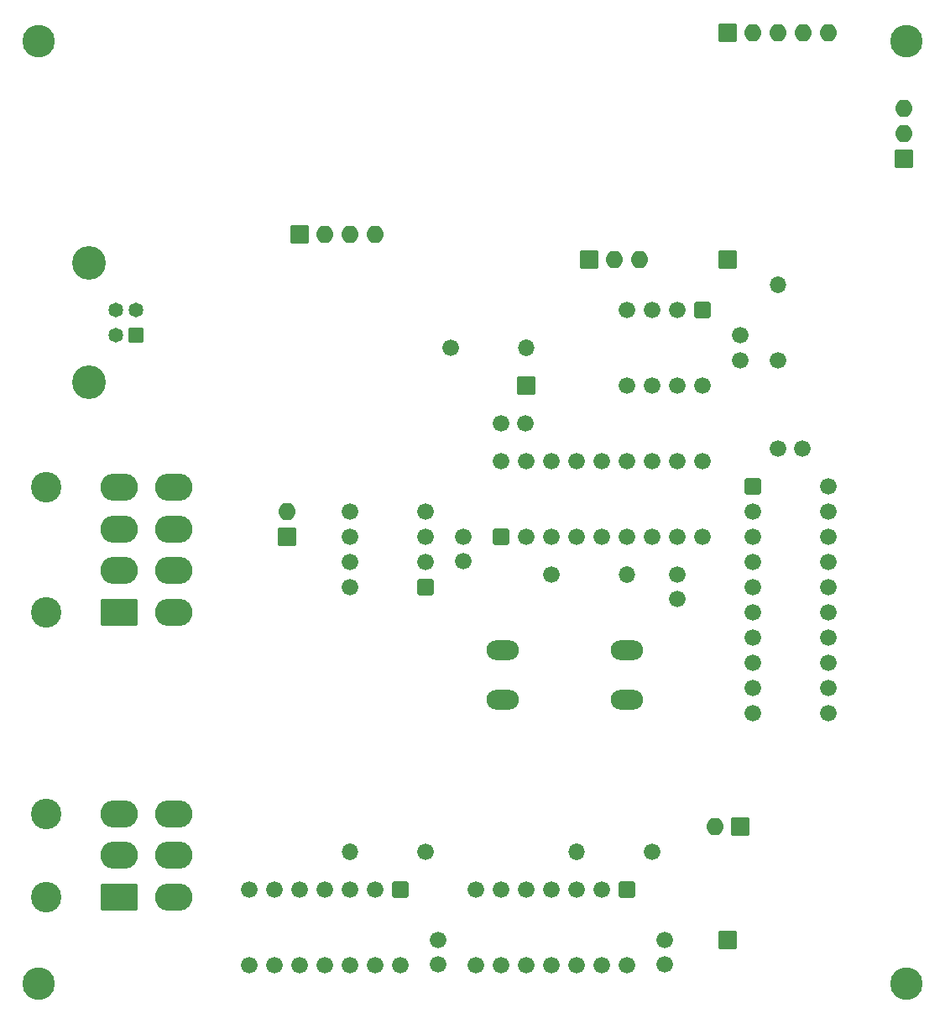
<source format=gbr>
%TF.GenerationSoftware,KiCad,Pcbnew,9.0.0*%
%TF.CreationDate,2025-10-01T16:31:20-04:00*%
%TF.ProjectId,can_gauge_interface,63616e5f-6761-4756-9765-5f696e746572,0.2*%
%TF.SameCoordinates,Original*%
%TF.FileFunction,Soldermask,Bot*%
%TF.FilePolarity,Negative*%
%FSLAX46Y46*%
G04 Gerber Fmt 4.6, Leading zero omitted, Abs format (unit mm)*
G04 Created by KiCad (PCBNEW 9.0.0) date 2025-10-01 16:31:20*
%MOMM*%
%LPD*%
G01*
G04 APERTURE LIST*
G04 Aperture macros list*
%AMRoundRect*
0 Rectangle with rounded corners*
0 $1 Rounding radius*
0 $2 $3 $4 $5 $6 $7 $8 $9 X,Y pos of 4 corners*
0 Add a 4 corners polygon primitive as box body*
4,1,4,$2,$3,$4,$5,$6,$7,$8,$9,$2,$3,0*
0 Add four circle primitives for the rounded corners*
1,1,$1+$1,$2,$3*
1,1,$1+$1,$4,$5*
1,1,$1+$1,$6,$7*
1,1,$1+$1,$8,$9*
0 Add four rect primitives between the rounded corners*
20,1,$1+$1,$2,$3,$4,$5,0*
20,1,$1+$1,$4,$5,$6,$7,0*
20,1,$1+$1,$6,$7,$8,$9,0*
20,1,$1+$1,$8,$9,$2,$3,0*%
G04 Aperture macros list end*
%ADD10C,3.076000*%
%ADD11RoundRect,0.257038X1.630962X-1.130962X1.630962X1.130962X-1.630962X1.130962X-1.630962X-1.130962X0*%
%ADD12O,3.776000X2.776000*%
%ADD13RoundRect,0.038000X-0.704000X0.704000X-0.704000X-0.704000X0.704000X-0.704000X0.704000X0.704000X0*%
%ADD14C,1.484000*%
%ADD15C,3.392000*%
%ADD16RoundRect,0.038000X-0.850000X-0.850000X0.850000X-0.850000X0.850000X0.850000X-0.850000X0.850000X0*%
%ADD17RoundRect,0.038000X0.850000X-0.850000X0.850000X0.850000X-0.850000X0.850000X-0.850000X-0.850000X0*%
%ADD18O,1.776000X1.776000*%
%ADD19C,3.276000*%
%ADD20C,1.676000*%
%ADD21O,1.676000X1.676000*%
%ADD22RoundRect,0.038000X0.850000X0.850000X-0.850000X0.850000X-0.850000X-0.850000X0.850000X-0.850000X0*%
%ADD23RoundRect,0.038000X-0.850000X0.850000X-0.850000X-0.850000X0.850000X-0.850000X0.850000X0.850000X0*%
%ADD24O,3.276000X1.976000*%
%ADD25RoundRect,0.261875X-0.576125X0.576125X-0.576125X-0.576125X0.576125X-0.576125X0.576125X0.576125X0*%
%ADD26RoundRect,0.261875X0.576125X0.576125X-0.576125X0.576125X-0.576125X-0.576125X0.576125X-0.576125X0*%
%ADD27RoundRect,0.261875X-0.576125X-0.576125X0.576125X-0.576125X0.576125X0.576125X-0.576125X0.576125X0*%
%ADD28RoundRect,0.261875X0.576125X-0.576125X0.576125X0.576125X-0.576125X0.576125X-0.576125X-0.576125X0*%
G04 APERTURE END LIST*
D10*
%TO.C,J3*%
X55780000Y-193820000D03*
X55780000Y-185420000D03*
D11*
X63080000Y-193820000D03*
D12*
X63080000Y-189620000D03*
X63080000Y-185420000D03*
X68580000Y-193820000D03*
X68580000Y-189620000D03*
X68580000Y-185420000D03*
%TD*%
D10*
%TO.C,J2*%
X55780000Y-165100000D03*
X55780000Y-152500000D03*
D11*
X63080000Y-165100000D03*
D12*
X63080000Y-160900000D03*
X63080000Y-156700000D03*
X63080000Y-152500000D03*
X68580000Y-165100000D03*
X68580000Y-160900000D03*
X68580000Y-156700000D03*
X68580000Y-152500000D03*
%TD*%
D13*
%TO.C,J1*%
X64770000Y-137160000D03*
D14*
X64770000Y-134660000D03*
X62770000Y-134660000D03*
X62770000Y-137160000D03*
D15*
X60070000Y-129890000D03*
X60070000Y-141930000D03*
%TD*%
D16*
%TO.C,J7*%
X124460000Y-129540000D03*
%TD*%
D17*
%TO.C,J9*%
X81280000Y-127000000D03*
D18*
X83820000Y-127000000D03*
X86360000Y-127000000D03*
X88900000Y-127000000D03*
%TD*%
D19*
%TO.C,H1*%
X55000000Y-202500000D03*
%TD*%
D20*
%TO.C,R10*%
X93980000Y-189230000D03*
D21*
X86360000Y-189230000D03*
%TD*%
D20*
%TO.C,C16*%
X95250000Y-198120000D03*
X95250000Y-200620000D03*
%TD*%
D19*
%TO.C,H2*%
X142500000Y-202500000D03*
%TD*%
D22*
%TO.C,JP2*%
X80010000Y-157480000D03*
D18*
X80010000Y-154940000D03*
%TD*%
D19*
%TO.C,H4*%
X55000000Y-107500000D03*
%TD*%
D20*
%TO.C,R6*%
X106680000Y-161290000D03*
D21*
X114300000Y-161290000D03*
%TD*%
D23*
%TO.C,J8*%
X125730000Y-186690000D03*
D18*
X123190000Y-186690000D03*
%TD*%
D24*
%TO.C,SW1*%
X114300000Y-173910000D03*
X101800000Y-173910000D03*
X114300000Y-168910000D03*
X101800000Y-168910000D03*
%TD*%
D16*
%TO.C,J6*%
X104140000Y-142240000D03*
%TD*%
D20*
%TO.C,R9*%
X129540000Y-139700000D03*
D21*
X129540000Y-132080000D03*
%TD*%
D22*
%TO.C,JP1*%
X142240000Y-119380000D03*
D18*
X142240000Y-116840000D03*
X142240000Y-114300000D03*
%TD*%
D25*
%TO.C,U8*%
X91440000Y-193040000D03*
D20*
X88900000Y-193040000D03*
X86360000Y-193040000D03*
X83820000Y-193040000D03*
X81280000Y-193040000D03*
X78740000Y-193040000D03*
X76200000Y-193040000D03*
X76200000Y-200660000D03*
X78740000Y-200660000D03*
X81280000Y-200660000D03*
X83820000Y-200660000D03*
X86360000Y-200660000D03*
X88900000Y-200660000D03*
X91440000Y-200660000D03*
%TD*%
D26*
%TO.C,U3*%
X93980000Y-162560000D03*
D20*
X93980000Y-160020000D03*
X93980000Y-157480000D03*
X93980000Y-154940000D03*
X86360000Y-154940000D03*
X86360000Y-157480000D03*
X86360000Y-160020000D03*
X86360000Y-162560000D03*
%TD*%
%TO.C,R7*%
X96520000Y-138430000D03*
D21*
X104140000Y-138430000D03*
%TD*%
D17*
%TO.C,J4*%
X124460000Y-106680000D03*
D18*
X127000000Y-106680000D03*
X129540000Y-106680000D03*
X132080000Y-106680000D03*
X134620000Y-106680000D03*
%TD*%
D20*
%TO.C,C14*%
X97790000Y-159980000D03*
X97790000Y-157480000D03*
%TD*%
D17*
%TO.C,J5*%
X110490000Y-129540000D03*
D18*
X113030000Y-129540000D03*
X115570000Y-129540000D03*
%TD*%
D16*
%TO.C,J10*%
X124460000Y-198120000D03*
%TD*%
D27*
%TO.C,U1*%
X127000000Y-152400000D03*
D20*
X127000000Y-154940000D03*
X127000000Y-157480000D03*
X127000000Y-160020000D03*
X127000000Y-162560000D03*
X127000000Y-165100000D03*
X127000000Y-167640000D03*
X127000000Y-170180000D03*
X127000000Y-172720000D03*
X127000000Y-175260000D03*
X134620000Y-175260000D03*
X134620000Y-172720000D03*
X134620000Y-170180000D03*
X134620000Y-167640000D03*
X134620000Y-165100000D03*
X134620000Y-162560000D03*
X134620000Y-160020000D03*
X134620000Y-157480000D03*
X134620000Y-154940000D03*
X134620000Y-152400000D03*
%TD*%
%TO.C,C12*%
X119380000Y-161290000D03*
X119380000Y-163790000D03*
%TD*%
%TO.C,C17*%
X118110000Y-198120000D03*
X118110000Y-200620000D03*
%TD*%
%TO.C,C10*%
X129540000Y-148590000D03*
X132040000Y-148590000D03*
%TD*%
D19*
%TO.C,H3*%
X142500000Y-107500000D03*
%TD*%
D20*
%TO.C,C13*%
X101600000Y-146050000D03*
X104100000Y-146050000D03*
%TD*%
%TO.C,R11*%
X116840000Y-189230000D03*
D21*
X109220000Y-189230000D03*
%TD*%
D28*
%TO.C,U2*%
X101600000Y-157480000D03*
D20*
X104140000Y-157480000D03*
X106680000Y-157480000D03*
X109220000Y-157480000D03*
X111760000Y-157480000D03*
X114300000Y-157480000D03*
X116840000Y-157480000D03*
X119380000Y-157480000D03*
X121920000Y-157480000D03*
X121920000Y-149860000D03*
X119380000Y-149860000D03*
X116840000Y-149860000D03*
X114300000Y-149860000D03*
X111760000Y-149860000D03*
X109220000Y-149860000D03*
X106680000Y-149860000D03*
X104140000Y-149860000D03*
X101600000Y-149860000D03*
%TD*%
D25*
%TO.C,U4*%
X121920000Y-134620000D03*
D20*
X119380000Y-134620000D03*
X116840000Y-134620000D03*
X114300000Y-134620000D03*
X114300000Y-142240000D03*
X116840000Y-142240000D03*
X119380000Y-142240000D03*
X121920000Y-142240000D03*
%TD*%
%TO.C,C15*%
X125730000Y-137200000D03*
X125730000Y-139700000D03*
%TD*%
D25*
%TO.C,U9*%
X114300000Y-193040000D03*
D20*
X111760000Y-193040000D03*
X109220000Y-193040000D03*
X106680000Y-193040000D03*
X104140000Y-193040000D03*
X101600000Y-193040000D03*
X99060000Y-193040000D03*
X99060000Y-200660000D03*
X101600000Y-200660000D03*
X104140000Y-200660000D03*
X106680000Y-200660000D03*
X109220000Y-200660000D03*
X111760000Y-200660000D03*
X114300000Y-200660000D03*
%TD*%
M02*

</source>
